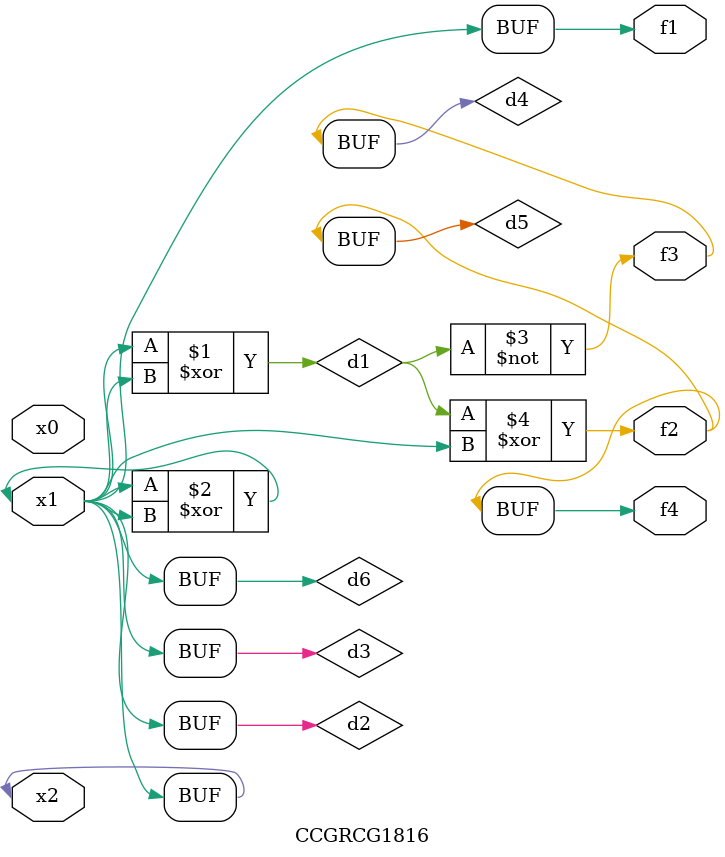
<source format=v>
module CCGRCG1816(
	input x0, x1, x2,
	output f1, f2, f3, f4
);

	wire d1, d2, d3, d4, d5, d6;

	xor (d1, x1, x2);
	buf (d2, x1, x2);
	xor (d3, x1, x2);
	nor (d4, d1);
	xor (d5, d1, d2);
	buf (d6, d2, d3);
	assign f1 = d6;
	assign f2 = d5;
	assign f3 = d4;
	assign f4 = d5;
endmodule

</source>
